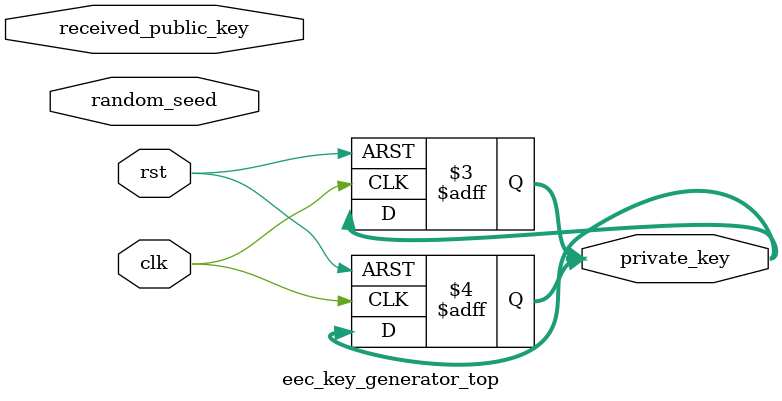
<source format=sv>
/*------------------------------------------------------------------------------
 * File          : eec_key_generator_top.sv
 * Project       : RTL
 * Author        : epjoed
 * Creation date : May 24, 2023
 * Description   :
 *------------------------------------------------------------------------------*/

//find out what the curve parameters are
module eec_key_generator_top #(parameter ECC_CurveType = "P256") 
(
  input  logic clk,
  input  logic rst,
  input  logic [255:0] random_seed,
  input  logic [255:0] received_public_key,
  output logic [255:0] private_key
);

  // Internal signals
  logic [255:0] generated_public_key;

  // ECC key generation process
  always @(posedge clk or posedge rst) begin
    if (rst) begin
      generated_public_key <= '0;
      private_key <= '0;
    end else begin
      // Generate public key from the random seed
      // Use your ECC library or implement the ECC algorithm here
      // Example usage: generated_public_key = ECC_GeneratePublicKey(random_seed, ECC_CurveType);
      // Replace ECC_GeneratePublicKey with the appropriate function or implementation
    end
  end

  // Private key generation process
  always @(posedge clk or posedge rst) begin
    if (rst) begin
      private_key <= '0;
    end else begin
      // Generate private key from the received public key
      // Use your ECC library or implement the ECC algorithm here
      // Example usage: private_key = ECC_GeneratePrivateKey(received_public_key, random_seed, ECC_CurveType);
      // Replace ECC_GeneratePrivateKey with the appropriate function or implementation
    end
  end

endmodule

</source>
